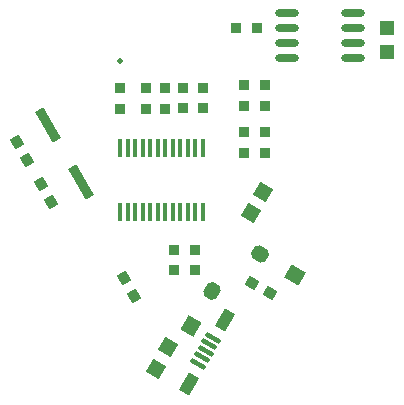
<source format=gtp>
G04*
G04 #@! TF.GenerationSoftware,Altium Limited,Altium Designer,20.2.8 (258)*
G04*
G04 Layer_Color=8421504*
%FSLAX25Y25*%
%MOIN*%
G70*
G04*
G04 #@! TF.SameCoordinates,CDCB3E45-2178-442F-9089-F16855EB5547*
G04*
G04*
G04 #@! TF.FilePolarity,Positive*
G04*
G01*
G75*
%ADD16P,0.07071X4X285.0*%
G04:AMPARAMS|DCode=17|XSize=55mil|YSize=50mil|CornerRadius=0mil|HoleSize=0mil|Usage=FLASHONLY|Rotation=150.000|XOffset=0mil|YOffset=0mil|HoleType=Round|Shape=Rectangle|*
%AMROTATEDRECTD17*
4,1,4,0.03632,0.00790,0.01132,-0.03540,-0.03632,-0.00790,-0.01132,0.03540,0.03632,0.00790,0.0*
%
%ADD17ROTATEDRECTD17*%

G04:AMPARAMS|DCode=18|XSize=38mil|YSize=35mil|CornerRadius=0mil|HoleSize=0mil|Usage=FLASHONLY|Rotation=150.000|XOffset=0mil|YOffset=0mil|HoleType=Round|Shape=Rectangle|*
%AMROTATEDRECTD18*
4,1,4,0.02520,0.00566,0.00771,-0.02466,-0.02520,-0.00566,-0.00771,0.02466,0.02520,0.00566,0.0*
%
%ADD18ROTATEDRECTD18*%

G04:AMPARAMS|DCode=19|XSize=118.11mil|YSize=31.5mil|CornerRadius=0mil|HoleSize=0mil|Usage=FLASHONLY|Rotation=300.000|XOffset=0mil|YOffset=0mil|HoleType=Round|Shape=Rectangle|*
%AMROTATEDRECTD19*
4,1,4,-0.04317,0.04327,-0.01589,0.05902,0.04317,-0.04327,0.01589,-0.05902,-0.04317,0.04327,0.0*
%
%ADD19ROTATEDRECTD19*%

G04:AMPARAMS|DCode=20|XSize=38mil|YSize=35mil|CornerRadius=0mil|HoleSize=0mil|Usage=FLASHONLY|Rotation=300.000|XOffset=0mil|YOffset=0mil|HoleType=Round|Shape=Rectangle|*
%AMROTATEDRECTD20*
4,1,4,-0.02466,0.00771,0.00566,0.02520,0.02466,-0.00771,-0.00566,-0.02520,-0.02466,0.00771,0.0*
%
%ADD20ROTATEDRECTD20*%

%ADD21C,0.02000*%
G04:AMPARAMS|DCode=22|XSize=55mil|YSize=50mil|CornerRadius=0mil|HoleSize=0mil|Usage=FLASHONLY|Rotation=150.000|XOffset=0mil|YOffset=0mil|HoleType=Round|Shape=Octagon|*
%AMOCTAGOND22*
4,1,8,-0.01757,0.02458,-0.03007,0.00293,-0.02549,-0.01415,0.00049,-0.02915,0.01757,-0.02458,0.03007,-0.00293,0.02549,0.01415,-0.00049,0.02915,-0.01757,0.02458,0.0*
%
%ADD22OCTAGOND22*%

G04:AMPARAMS|DCode=23|XSize=55mil|YSize=50mil|CornerRadius=0mil|HoleSize=0mil|Usage=FLASHONLY|Rotation=60.000|XOffset=0mil|YOffset=0mil|HoleType=Round|Shape=Rectangle|*
%AMROTATEDRECTD23*
4,1,4,0.00790,-0.03632,-0.03540,-0.01132,-0.00790,0.03632,0.03540,0.01132,0.00790,-0.03632,0.0*
%
%ADD23ROTATEDRECTD23*%

G04:AMPARAMS|DCode=24|XSize=55mil|YSize=50mil|CornerRadius=0mil|HoleSize=0mil|Usage=FLASHONLY|Rotation=60.000|XOffset=0mil|YOffset=0mil|HoleType=Round|Shape=Octagon|*
%AMOCTAGOND24*
4,1,8,0.02458,0.01757,0.00293,0.03007,-0.01415,0.02549,-0.02915,-0.00049,-0.02458,-0.01757,-0.00293,-0.03007,0.01415,-0.02549,0.02915,0.00049,0.02458,0.01757,0.0*
%
%ADD24OCTAGOND24*%

G04:AMPARAMS|DCode=25|XSize=39.37mil|YSize=66.93mil|CornerRadius=0mil|HoleSize=0mil|Usage=FLASHONLY|Rotation=150.000|XOffset=0mil|YOffset=0mil|HoleType=Round|Shape=Rectangle|*
%AMROTATEDRECTD25*
4,1,4,0.03378,0.01914,0.00032,-0.03882,-0.03378,-0.01914,-0.00032,0.03882,0.03378,0.01914,0.0*
%
%ADD25ROTATEDRECTD25*%

G04:AMPARAMS|DCode=26|XSize=15.5mil|YSize=55.12mil|CornerRadius=0mil|HoleSize=0mil|Usage=FLASHONLY|Rotation=240.000|XOffset=0mil|YOffset=0mil|HoleType=Round|Shape=Rectangle|*
%AMROTATEDRECTD26*
4,1,4,-0.01999,0.02049,0.02774,-0.00707,0.01999,-0.02049,-0.02774,0.00707,-0.01999,0.02049,0.0*
%
%ADD26ROTATEDRECTD26*%

%ADD27O,0.08000X0.02400*%
%ADD28R,0.05000X0.05000*%
%ADD29R,0.03500X0.03800*%
%ADD30R,0.03800X0.03500*%
%ADD31R,0.01713X0.06102*%
D16*
X22044Y100257D02*
D03*
X17900Y93100D02*
D03*
X-13644Y41343D02*
D03*
X-9500Y48500D02*
D03*
D17*
X32846Y72625D02*
D03*
D18*
X24476Y66550D02*
D03*
X18500Y70000D02*
D03*
D19*
X-49500Y122553D02*
D03*
X-38500Y103500D02*
D03*
D20*
X-21000Y65500D02*
D03*
X-24450Y71476D02*
D03*
X-56500Y111000D02*
D03*
X-59950Y116976D02*
D03*
X-52000Y103000D02*
D03*
X-48550Y97024D02*
D03*
D21*
X-25550Y143906D02*
D03*
D22*
X21154Y79375D02*
D03*
D23*
X-1875Y55654D02*
D03*
D24*
X4875Y67346D02*
D03*
D25*
X-2724Y36298D02*
D03*
X9526Y57516D02*
D03*
D26*
X5457Y51667D02*
D03*
X357Y42833D02*
D03*
X1632Y45042D02*
D03*
X2907Y47250D02*
D03*
X4182Y49458D02*
D03*
D27*
X51928Y144853D02*
D03*
Y149853D02*
D03*
Y154853D02*
D03*
Y159853D02*
D03*
X29928Y144853D02*
D03*
X29928Y154853D02*
D03*
X29928Y159853D02*
D03*
X29928Y149853D02*
D03*
D28*
X63500Y155000D02*
D03*
X63490Y146730D02*
D03*
D29*
X15865Y120200D02*
D03*
X15865Y113300D02*
D03*
X15865Y128799D02*
D03*
Y135699D02*
D03*
X22865Y120099D02*
D03*
X22865Y113199D02*
D03*
X22865Y128799D02*
D03*
X22865Y135699D02*
D03*
X2000Y135000D02*
D03*
Y128100D02*
D03*
X-4500Y128100D02*
D03*
Y135000D02*
D03*
X-10550Y134806D02*
D03*
Y127906D02*
D03*
X-17051Y134806D02*
D03*
X-17051Y127906D02*
D03*
X-25550Y134806D02*
D03*
Y127906D02*
D03*
X-500Y81000D02*
D03*
X-500Y74100D02*
D03*
X-7500Y81000D02*
D03*
Y74100D02*
D03*
D30*
X13125Y154802D02*
D03*
X20025D02*
D03*
D31*
X-25547Y93406D02*
D03*
X-23051D02*
D03*
X-20547Y93406D02*
D03*
X-18050D02*
D03*
X-15547D02*
D03*
X-13050D02*
D03*
X-10547D02*
D03*
X-8050D02*
D03*
X-5547D02*
D03*
X-3050D02*
D03*
X-547Y93406D02*
D03*
X1949D02*
D03*
Y114863D02*
D03*
X-547D02*
D03*
X-3050Y114863D02*
D03*
X-5547D02*
D03*
X-8050D02*
D03*
X-10547D02*
D03*
X-13050D02*
D03*
X-15547D02*
D03*
X-18050D02*
D03*
X-20547D02*
D03*
X-23051Y114863D02*
D03*
X-25547D02*
D03*
M02*

</source>
